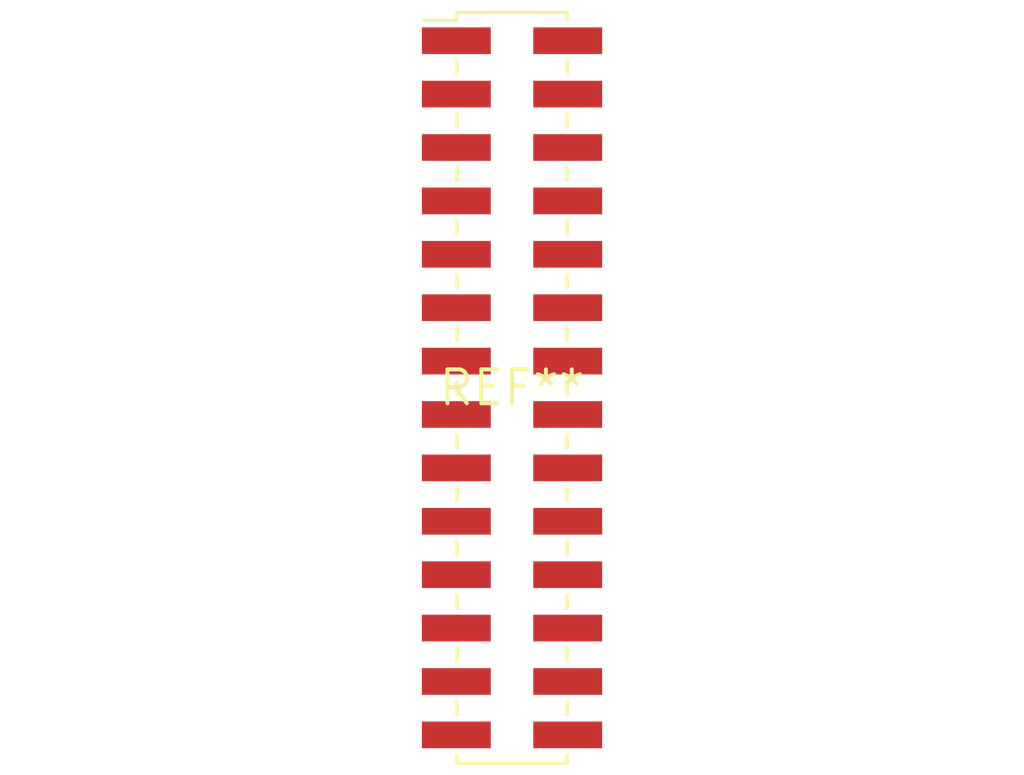
<source format=kicad_pcb>
(kicad_pcb (version 20240108) (generator pcbnew)
  (layers (0 "F.Cu" signal) (31 "B.Cu" signal) (34 "B.Paste" user) (35 "F.Paste" user) (36 "B.SilkS" user "B.Silkscreen") (37 "F.SilkS" user "F.Silkscreen") (38 "B.Mask" user) (39 "F.Mask" user) (44 "Edge.Cuts" user))
  (net 0 "")
  (footprint "PinHeader_2x14_P2.00mm_Vertical_SMD" (layer "F.Cu") (at 0 0)
    (property "Reference" "REF**")
    (property "Value" "PinHeader_2x14_P2.00mm_Vertical_SMD")
    (fp_line (start -3.315 -13.76) (end -2.06 -13.76) (layer "F.SilkS") (stroke (width 0.12)))
    (fp_line (start -2.06 -14.06) (end -2.06 -13.76) (layer "F.SilkS") (stroke (width 0.12)))
    (fp_line (start -2.06 -14.06) (end 2.06 -14.06) (layer "F.SilkS") (stroke (width 0.12)))
    (fp_line (start -2.06 -12.24) (end -2.06 -11.76) (layer "F.SilkS") (stroke (width 0.12)))
    (fp_line (start -2.06 -10.24) (end -2.06 -9.76) (layer "F.SilkS") (stroke (width 0.12)))
    (fp_line (start -2.06 -8.24) (end -2.06 -7.76) (layer "F.SilkS") (stroke (width 0.12)))
    (fp_line (start -2.06 -6.24) (end -2.06 -5.76) (layer "F.SilkS") (stroke (width 0.12)))
    (fp_line (start -2.06 -4.24) (end -2.06 -3.76) (layer "F.SilkS") (stroke (width 0.12)))
    (fp_line (start -2.06 -2.24) (end -2.06 -1.76) (layer "F.SilkS") (stroke (width 0.12)))
    (fp_line (start -2.06 -0.24) (end -2.06 0.24) (layer "F.SilkS") (stroke (width 0.12)))
    (fp_line (start -2.06 1.76) (end -2.06 2.24) (layer "F.SilkS") (stroke (width 0.12)))
    (fp_line (start -2.06 3.76) (end -2.06 4.24) (layer "F.SilkS") (stroke (width 0.12)))
    (fp_line (start -2.06 5.76) (end -2.06 6.24) (layer "F.SilkS") (stroke (width 0.12)))
    (fp_line (start -2.06 7.76) (end -2.06 8.24) (layer "F.SilkS") (stroke (width 0.12)))
    (fp_line (start -2.06 9.76) (end -2.06 10.24) (layer "F.SilkS") (stroke (width 0.12)))
    (fp_line (start -2.06 11.76) (end -2.06 12.24) (layer "F.SilkS") (stroke (width 0.12)))
    (fp_line (start -2.06 13.76) (end -2.06 14.06) (layer "F.SilkS") (stroke (width 0.12)))
    (fp_line (start -2.06 14.06) (end 2.06 14.06) (layer "F.SilkS") (stroke (width 0.12)))
    (fp_line (start 2.06 -14.06) (end 2.06 -13.76) (layer "F.SilkS") (stroke (width 0.12)))
    (fp_line (start 2.06 -12.24) (end 2.06 -11.76) (layer "F.SilkS") (stroke (width 0.12)))
    (fp_line (start 2.06 -10.24) (end 2.06 -9.76) (layer "F.SilkS") (stroke (width 0.12)))
    (fp_line (start 2.06 -8.24) (end 2.06 -7.76) (layer "F.SilkS") (stroke (width 0.12)))
    (fp_line (start 2.06 -6.24) (end 2.06 -5.76) (layer "F.SilkS") (stroke (width 0.12)))
    (fp_line (start 2.06 -4.24) (end 2.06 -3.76) (layer "F.SilkS") (stroke (width 0.12)))
    (fp_line (start 2.06 -2.24) (end 2.06 -1.76) (layer "F.SilkS") (stroke (width 0.12)))
    (fp_line (start 2.06 -0.24) (end 2.06 0.24) (layer "F.SilkS") (stroke (width 0.12)))
    (fp_line (start 2.06 1.76) (end 2.06 2.24) (layer "F.SilkS") (stroke (width 0.12)))
    (fp_line (start 2.06 3.76) (end 2.06 4.24) (layer "F.SilkS") (stroke (width 0.12)))
    (fp_line (start 2.06 5.76) (end 2.06 6.24) (layer "F.SilkS") (stroke (width 0.12)))
    (fp_line (start 2.06 7.76) (end 2.06 8.24) (layer "F.SilkS") (stroke (width 0.12)))
    (fp_line (start 2.06 9.76) (end 2.06 10.24) (layer "F.SilkS") (stroke (width 0.12)))
    (fp_line (start 2.06 11.76) (end 2.06 12.24) (layer "F.SilkS") (stroke (width 0.12)))
    (fp_line (start 2.06 13.76) (end 2.06 14.06) (layer "F.SilkS") (stroke (width 0.12)))
    (pad "1" smd rect (at -2.085 -13) (size 2.58 1) (layers "F.Cu" "F.Paste" "F.Mask"))
    (pad "2" smd rect (at 2.085 -13) (size 2.58 1) (layers "F.Cu" "F.Paste" "F.Mask"))
    (pad "3" smd rect (at -2.085 -11) (size 2.58 1) (layers "F.Cu" "F.Paste" "F.Mask"))
    (pad "4" smd rect (at 2.085 -11) (size 2.58 1) (layers "F.Cu" "F.Paste" "F.Mask"))
    (pad "5" smd rect (at -2.085 -9) (size 2.58 1) (layers "F.Cu" "F.Paste" "F.Mask"))
    (pad "6" smd rect (at 2.085 -9) (size 2.58 1) (layers "F.Cu" "F.Paste" "F.Mask"))
    (pad "7" smd rect (at -2.085 -7) (size 2.58 1) (layers "F.Cu" "F.Paste" "F.Mask"))
    (pad "8" smd rect (at 2.085 -7) (size 2.58 1) (layers "F.Cu" "F.Paste" "F.Mask"))
    (pad "9" smd rect (at -2.085 -5) (size 2.58 1) (layers "F.Cu" "F.Paste" "F.Mask"))
    (pad "10" smd rect (at 2.085 -5) (size 2.58 1) (layers "F.Cu" "F.Paste" "F.Mask"))
    (pad "11" smd rect (at -2.085 -3) (size 2.58 1) (layers "F.Cu" "F.Paste" "F.Mask"))
    (pad "12" smd rect (at 2.085 -3) (size 2.58 1) (layers "F.Cu" "F.Paste" "F.Mask"))
    (pad "13" smd rect (at -2.085 -1) (size 2.58 1) (layers "F.Cu" "F.Paste" "F.Mask"))
    (pad "14" smd rect (at 2.085 -1) (size 2.58 1) (layers "F.Cu" "F.Paste" "F.Mask"))
    (pad "15" smd rect (at -2.085 1) (size 2.58 1) (layers "F.Cu" "F.Paste" "F.Mask"))
    (pad "16" smd rect (at 2.085 1) (size 2.58 1) (layers "F.Cu" "F.Paste" "F.Mask"))
    (pad "17" smd rect (at -2.085 3) (size 2.58 1) (layers "F.Cu" "F.Paste" "F.Mask"))
    (pad "18" smd rect (at 2.085 3) (size 2.58 1) (layers "F.Cu" "F.Paste" "F.Mask"))
    (pad "19" smd rect (at -2.085 5) (size 2.58 1) (layers "F.Cu" "F.Paste" "F.Mask"))
    (pad "20" smd rect (at 2.085 5) (size 2.58 1) (layers "F.Cu" "F.Paste" "F.Mask"))
    (pad "21" smd rect (at -2.085 7) (size 2.58 1) (layers "F.Cu" "F.Paste" "F.Mask"))
    (pad "22" smd rect (at 2.085 7) (size 2.58 1) (layers "F.Cu" "F.Paste" "F.Mask"))
    (pad "23" smd rect (at -2.085 9) (size 2.58 1) (layers "F.Cu" "F.Paste" "F.Mask"))
    (pad "24" smd rect (at 2.085 9) (size 2.58 1) (layers "F.Cu" "F.Paste" "F.Mask"))
    (pad "25" smd rect (at -2.085 11) (size 2.58 1) (layers "F.Cu" "F.Paste" "F.Mask"))
    (pad "26" smd rect (at 2.085 11) (size 2.58 1) (layers "F.Cu" "F.Paste" "F.Mask"))
    (pad "27" smd rect (at -2.085 13) (size 2.58 1) (layers "F.Cu" "F.Paste" "F.Mask"))
    (pad "28" smd rect (at 2.085 13) (size 2.58 1) (layers "F.Cu" "F.Paste" "F.Mask"))
  )
)
</source>
